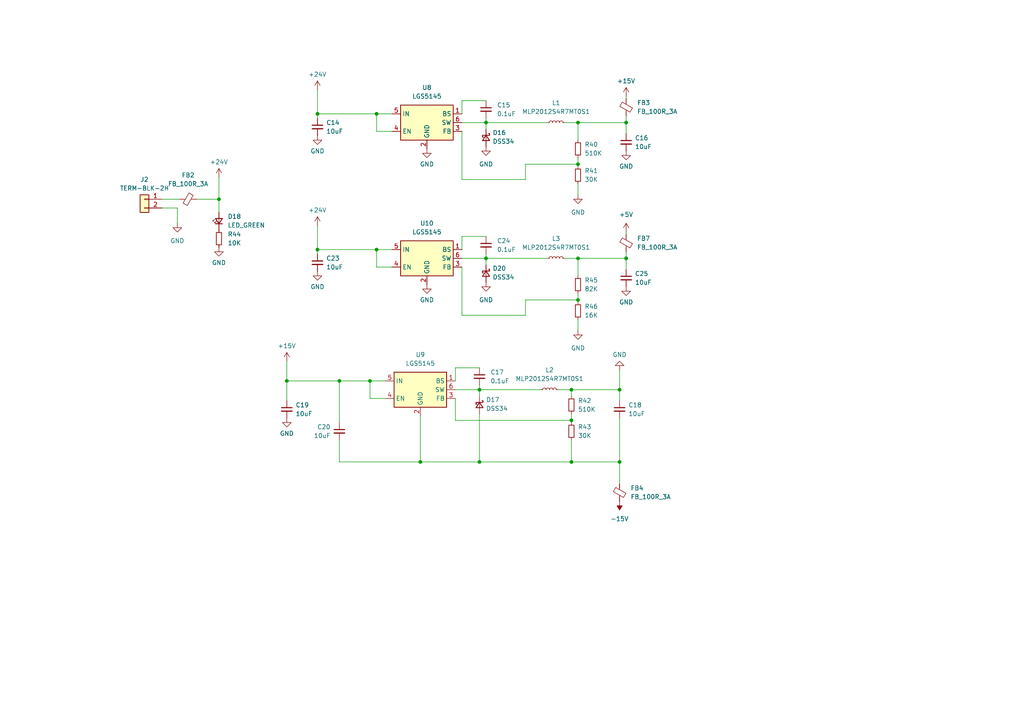
<source format=kicad_sch>
(kicad_sch (version 20230121) (generator eeschema)
  (paper "A4")
  (lib_symbols
    (symbol "Device:C_Small" (pin_numbers hide) (pin_names (offset 0.254) hide)
      (property "Reference" "C" (at 0.254 1.778 0))
      (property "Value" "C_Small" (at 0.254 -2.032 0))
      (symbol "C_Small_0_1"
        (polyline (pts (xy -1.524 -0.508) (xy 1.524 -0.508)) (stroke (width 0.3302)))
        (polyline (pts (xy -1.524 0.508) (xy 1.524 0.508)) (stroke (width 0.3048)))
      )
      (symbol "C_Small_1_1"
        (pin passive line (at 0 2.54 270) (length 2.032) (name "~") (number "1"))
        (pin passive line (at 0 -2.54 90) (length 2.032) (name "~") (number "2"))
      )
    )
    (symbol "Device:R_Small" (pin_numbers hide) (pin_names (offset 0.254) hide)
      (property "Reference" "R" (at 0.762 0.508 0))
      (property "Value" "R_Small" (at 0.762 -1.016 0))
      (symbol "R_Small_0_1"
        (rectangle (start -0.762 1.778) (end 0.762 -1.778) (stroke (width 0.2032)))
      )
      (symbol "R_Small_1_1"
        (pin passive line (at 0 2.54 270) (length 0.762) (name "~") (number "1"))
        (pin passive line (at 0 -2.54 90) (length 0.762) (name "~") (number "2"))
      )
    )
    (symbol "hadv-connectors:TERM-BLK-2H" (pin_names (offset 1.016) hide)
      (property "Reference" "J" (at 0 2.54 0))
      (property "Value" "TERM-BLK-2H" (at 0 -5.08 0))
      (symbol "TERM-BLK-2H_1_1"
        (rectangle (start -1.27 -2.413) (end 0 -2.667) (stroke (width 0.1524)))
        (rectangle (start -1.27 0.127) (end 0 -0.127) (stroke (width 0.1524)))
        (rectangle (start -1.27 1.27) (end 1.27 -3.81) (stroke (width 0.254)) (fill (type background)))
        (pin passive line (at -5.08 0 0) (length 3.81) (name "Pin_1") (number "1"))
        (pin passive line (at -5.08 -2.54 0) (length 3.81) (name "Pin_2") (number "2"))
      )
    )
    (symbol "hadv-diodes:DSS34" (pin_numbers hide) (pin_names (offset 0.254) hide)
      (property "Reference" "D" (at -1.27 2.032 0))
      (property "Value" "DSS34" (at -7.112 -2.032 0))
      (symbol "DSS34_0_1"
        (polyline (pts (xy -0.762 0) (xy 0.762 0)))
        (polyline (pts (xy 0.762 -1.016) (xy -0.762 0) (xy 0.762 1.016) (xy 0.762 -1.016)) (stroke (width 0.254)))
        (polyline (pts (xy -1.27 0.762) (xy -1.27 1.016) (xy -0.762 1.016) (xy -0.762 -1.016) (xy -0.254 -1.016) (xy -0.254 -0.762)) (stroke (width 0.254)))
      )
      (symbol "DSS34_1_1"
        (pin passive line (at -2.54 0 0) (length 1.778) (name "K") (number "1"))
        (pin passive line (at 2.54 0 180) (length 1.778) (name "A") (number "2"))
      )
    )
    (symbol "hadv-inductors:MLP2012S4R7MT0S1" (pin_numbers hide) (pin_names (offset 0.254) hide)
      (property "Reference" "L" (at 0.762 1.016 0))
      (property "Value" "MLP2012S4R7MT0S1" (at 0.762 -1.016 0))
      (symbol "MLP2012S4R7MT0S1_0_1"
        (arc (start 0 -2.032) (mid 0.5058 -1.524) (end 0 -1.016))
        (arc (start 0 -1.016) (mid 0.5058 -0.508) (end 0 0))
        (arc (start 0 0) (mid 0.5058 0.508) (end 0 1.016))
        (arc (start 0 1.016) (mid 0.5058 1.524) (end 0 2.032))
      )
      (symbol "MLP2012S4R7MT0S1_1_1"
        (pin passive line (at 0 2.54 270) (length 0.635) (name "~") (number "1"))
        (pin passive line (at 0 -2.54 90) (length 0.635) (name "~") (number "2"))
      )
    )
    (symbol "hadv-passives:FB_100R_3A" (pin_numbers hide) (pin_names (offset 0))
      (property "Reference" "FB" (at 1.905 1.27 0))
      (property "Value" "FB_100R_3A" (at 1.905 -1.27 0))
      (symbol "FB_100R_3A_0_1"
        (polyline (pts (xy 0 -1.27) (xy 0 -0.7874)))
        (polyline (pts (xy 0 0.889) (xy 0 1.2954)))
        (polyline (pts (xy -1.8288 0.2794) (xy -1.1176 1.4986) (xy 1.8288 -0.2032) (xy 1.1176 -1.4224) (xy -1.8288 0.2794)))
      )
      (symbol "FB_100R_3A_1_1"
        (pin passive line (at 0 2.54 270) (length 1.27) (name "~") (number "1"))
        (pin passive line (at 0 -2.54 90) (length 1.27) (name "~") (number "2"))
      )
    )
    (symbol "hadv-ui:LED_GREEN" (pin_numbers hide) (pin_names (offset 0.254) hide)
      (property "Reference" "D" (at -1.27 3.175 0))
      (property "Value" "LED_GREEN" (at -4.445 -2.54 0))
      (symbol "LED_GREEN_0_1"
        (polyline (pts (xy -0.762 -1.016) (xy -0.762 1.016)) (stroke (width 0.254)))
        (polyline (pts (xy 1.016 0) (xy -0.762 0)))
        (polyline (pts (xy 0.762 -1.016) (xy -0.762 0) (xy 0.762 1.016) (xy 0.762 -1.016)) (stroke (width 0.254)))
        (polyline (pts (xy 0 0.762) (xy -0.508 1.27) (xy -0.254 1.27) (xy -0.508 1.27) (xy -0.508 1.016)))
        (polyline (pts (xy 0.508 1.27) (xy 0 1.778) (xy 0.254 1.778) (xy 0 1.778) (xy 0 1.524)))
      )
      (symbol "LED_GREEN_1_1"
        (pin passive line (at -2.54 0 0) (length 1.778) (name "K") (number "1"))
        (pin passive line (at 2.54 0 180) (length 1.778) (name "A") (number "2"))
      )
    )
    (symbol "hadv-vregs:LGS5145"
      (property "Reference" "U" (at -7.62 6.35 0))
      (property "Value" "LGS5145" (at 0 6.35 0))
      (symbol "LGS5145_0_1"
        (rectangle (start -7.62 5.08) (end 7.62 -5.08) (stroke (width 0.254)) (fill (type background)))
      )
      (symbol "LGS5145_1_1"
        (pin passive line (at 10.16 2.54 180) (length 2.54) (name "BS") (number "1"))
        (pin power_in line (at 0 -7.62 90) (length 2.54) (name "GND") (number "2"))
        (pin input line (at 10.16 -2.54 180) (length 2.54) (name "FB") (number "3"))
        (pin input line (at -10.16 -2.54 0) (length 2.54) (name "EN") (number "4"))
        (pin power_in line (at -10.16 2.54 0) (length 2.54) (name "IN") (number "5"))
        (pin passive line (at 10.16 0 180) (length 2.54) (name "SW") (number "6"))
      )
    )
    (symbol "power:+15V" (power) (pin_names (offset 0))
      (property "Value" "+15V" (at 0 3.556 0))
      (symbol "+15V_0_1"
        (polyline (pts (xy -0.762 1.27) (xy 0 2.54)))
        (polyline (pts (xy 0 0) (xy 0 2.54)))
        (polyline (pts (xy 0 2.54) (xy 0.762 1.27)))
      )
      (symbol "+15V_1_1"
        (pin power_in line (at 0 0 90) (length 0) hide (name "+15V") (number "1"))
      )
    )
    (symbol "power:+24V" (power) (pin_names (offset 0))
      (property "Value" "+24V" (at 0 3.556 0))
      (symbol "+24V_0_1"
        (polyline (pts (xy -0.762 1.27) (xy 0 2.54)))
        (polyline (pts (xy 0 0) (xy 0 2.54)))
        (polyline (pts (xy 0 2.54) (xy 0.762 1.27)))
      )
      (symbol "+24V_1_1"
        (pin power_in line (at 0 0 90) (length 0) hide (name "+24V") (number "1"))
      )
    )
    (symbol "power:+5V" (power) (pin_names (offset 0))
      (property "Value" "+5V" (at 0 3.556 0))
      (symbol "+5V_0_1"
        (polyline (pts (xy -0.762 1.27) (xy 0 2.54)))
        (polyline (pts (xy 0 0) (xy 0 2.54)))
        (polyline (pts (xy 0 2.54) (xy 0.762 1.27)))
      )
      (symbol "+5V_1_1"
        (pin power_in line (at 0 0 90) (length 0) hide (name "+5V") (number "1"))
      )
    )
    (symbol "power:-15V" (power) (pin_names (offset 0))
      (property "Value" "-15V" (at 0 3.81 0))
      (symbol "-15V_0_0"
        (pin power_in line (at 0 0 90) (length 0) hide (name "-15V") (number "1"))
      )
      (symbol "-15V_0_1"
        (polyline (pts (xy 0 0) (xy 0 1.27) (xy 0.762 1.27) (xy 0 2.54) (xy -0.762 1.27) (xy 0 1.27)) (fill (type outline)))
      )
    )
    (symbol "power:GND" (power) (pin_names (offset 0))
      (property "Value" "GND" (at 0 -3.81 0))
      (symbol "GND_0_1"
        (polyline (pts (xy 0 0) (xy 0 -1.27) (xy 1.27 -1.27) (xy 0 -2.54) (xy -1.27 -1.27) (xy 0 -1.27)))
      )
      (symbol "GND_1_1"
        (pin power_in line (at 0 0 270) (length 0) hide (name "GND") (number "1"))
      )
    )
  )
  (junction (at 181.61 74.93))
  (junction (at 140.97 74.93))
  (junction (at 139.065 133.985))
  (junction (at 98.425 110.49))
  (junction (at 179.705 113.03))
  (junction (at 167.64 74.93))
  (junction (at 109.22 33.02))
  (junction (at 165.735 113.03))
  (junction (at 83.185 110.49))
  (junction (at 167.64 35.56))
  (junction (at 165.735 133.985))
  (junction (at 139.065 113.03))
  (junction (at 167.64 86.995))
  (junction (at 179.705 133.985))
  (junction (at 165.735 121.92))
  (junction (at 167.64 47.625))
  (junction (at 109.22 72.39))
  (junction (at 181.61 35.56))
  (junction (at 121.92 133.985))
  (junction (at 92.075 33.02))
  (junction (at 92.075 72.39))
  (junction (at 63.5 57.785))
  (junction (at 140.97 35.56))
  (junction (at 107.315 110.49))
  (wire (pts (xy 98.425 133.985) (xy 121.92 133.985)))
  (wire (pts (xy 165.735 120.015) (xy 165.735 121.92)))
  (wire (pts (xy 57.15 57.785) (xy 63.5 57.785)))
  (wire (pts (xy 140.97 74.93) (xy 158.75 74.93)))
  (wire (pts (xy 83.185 104.775) (xy 83.185 110.49)))
  (wire (pts (xy 140.97 74.93) (xy 140.97 76.835)))
  (wire (pts (xy 139.065 113.03) (xy 139.065 114.935)))
  (wire (pts (xy 152.4 52.07) (xy 133.985 52.07)))
  (wire (pts (xy 181.61 74.93) (xy 181.61 73.025)))
  (wire (pts (xy 133.985 29.21) (xy 140.97 29.21)))
  (wire (pts (xy 140.97 35.56) (xy 140.97 37.465)))
  (wire (pts (xy 139.065 133.985) (xy 165.735 133.985)))
  (wire (pts (xy 109.22 72.39) (xy 113.665 72.39)))
  (wire (pts (xy 92.075 33.02) (xy 109.22 33.02)))
  (wire (pts (xy 161.925 113.03) (xy 165.735 113.03)))
  (wire (pts (xy 167.64 45.72) (xy 167.64 47.625)))
  (wire (pts (xy 139.065 120.015) (xy 139.065 133.985)))
  (wire (pts (xy 140.97 35.56) (xy 158.75 35.56)))
  (wire (pts (xy 92.075 33.02) (xy 92.075 34.29)))
  (wire (pts (xy 139.065 111.76) (xy 139.065 113.03)))
  (wire (pts (xy 179.705 116.205) (xy 179.705 113.03)))
  (wire (pts (xy 181.61 67.945) (xy 181.61 67.31)))
  (wire (pts (xy 167.64 53.34) (xy 167.64 56.515)))
  (wire (pts (xy 167.64 35.56) (xy 167.64 40.64)))
  (wire (pts (xy 121.92 120.65) (xy 121.92 133.985)))
  (wire (pts (xy 111.76 115.57) (xy 107.315 115.57)))
  (wire (pts (xy 163.83 35.56) (xy 167.64 35.56)))
  (wire (pts (xy 181.61 78.105) (xy 181.61 74.93)))
  (wire (pts (xy 132.08 121.92) (xy 132.08 115.57)))
  (wire (pts (xy 109.22 72.39) (xy 109.22 77.47)))
  (wire (pts (xy 51.435 60.325) (xy 51.435 64.77)))
  (wire (pts (xy 167.64 86.995) (xy 167.64 87.63)))
  (wire (pts (xy 165.735 127.635) (xy 165.735 133.985)))
  (wire (pts (xy 46.99 57.785) (xy 52.07 57.785)))
  (wire (pts (xy 165.735 121.92) (xy 165.735 122.555)))
  (wire (pts (xy 113.665 77.47) (xy 109.22 77.47)))
  (wire (pts (xy 179.705 121.285) (xy 179.705 133.985)))
  (wire (pts (xy 167.64 85.09) (xy 167.64 86.995)))
  (wire (pts (xy 132.08 113.03) (xy 139.065 113.03)))
  (wire (pts (xy 113.665 38.1) (xy 109.22 38.1)))
  (wire (pts (xy 165.735 113.03) (xy 165.735 114.935)))
  (wire (pts (xy 140.97 34.29) (xy 140.97 35.56)))
  (wire (pts (xy 133.985 68.58) (xy 140.97 68.58)))
  (wire (pts (xy 133.985 35.56) (xy 140.97 35.56)))
  (wire (pts (xy 109.22 33.02) (xy 109.22 38.1)))
  (wire (pts (xy 181.61 35.56) (xy 167.64 35.56)))
  (wire (pts (xy 167.64 47.625) (xy 152.4 47.625)))
  (wire (pts (xy 179.705 113.03) (xy 165.735 113.03)))
  (wire (pts (xy 179.705 107.315) (xy 179.705 113.03)))
  (wire (pts (xy 165.735 133.985) (xy 179.705 133.985)))
  (wire (pts (xy 167.64 74.93) (xy 167.64 80.01)))
  (wire (pts (xy 133.985 33.02) (xy 133.985 29.21)))
  (wire (pts (xy 181.61 74.93) (xy 167.64 74.93)))
  (wire (pts (xy 92.075 26.035) (xy 92.075 33.02)))
  (wire (pts (xy 152.4 86.995) (xy 152.4 91.44)))
  (wire (pts (xy 133.985 52.07) (xy 133.985 38.1)))
  (wire (pts (xy 121.92 133.985) (xy 139.065 133.985)))
  (wire (pts (xy 133.985 91.44) (xy 133.985 77.47)))
  (wire (pts (xy 107.315 110.49) (xy 107.315 115.57)))
  (wire (pts (xy 98.425 110.49) (xy 98.425 122.555)))
  (wire (pts (xy 167.64 47.625) (xy 167.64 48.26)))
  (wire (pts (xy 132.08 110.49) (xy 132.08 106.68)))
  (wire (pts (xy 181.61 28.575) (xy 181.61 27.94)))
  (wire (pts (xy 132.08 106.68) (xy 139.065 106.68)))
  (wire (pts (xy 83.185 110.49) (xy 98.425 110.49)))
  (wire (pts (xy 133.985 74.93) (xy 140.97 74.93)))
  (wire (pts (xy 167.64 92.71) (xy 167.64 95.885)))
  (wire (pts (xy 92.075 65.405) (xy 92.075 72.39)))
  (wire (pts (xy 152.4 91.44) (xy 133.985 91.44)))
  (wire (pts (xy 107.315 110.49) (xy 111.76 110.49)))
  (wire (pts (xy 181.61 38.735) (xy 181.61 35.56)))
  (wire (pts (xy 152.4 47.625) (xy 152.4 52.07)))
  (wire (pts (xy 139.065 113.03) (xy 156.845 113.03)))
  (wire (pts (xy 133.985 72.39) (xy 133.985 68.58)))
  (wire (pts (xy 92.075 72.39) (xy 92.075 73.66)))
  (wire (pts (xy 163.83 74.93) (xy 167.64 74.93)))
  (wire (pts (xy 179.705 133.985) (xy 179.705 140.335)))
  (wire (pts (xy 83.185 110.49) (xy 83.185 116.205)))
  (wire (pts (xy 140.97 73.66) (xy 140.97 74.93)))
  (wire (pts (xy 63.5 57.785) (xy 63.5 61.595)))
  (wire (pts (xy 167.64 86.995) (xy 152.4 86.995)))
  (wire (pts (xy 46.99 60.325) (xy 51.435 60.325)))
  (wire (pts (xy 98.425 127.635) (xy 98.425 133.985)))
  (wire (pts (xy 92.075 72.39) (xy 109.22 72.39)))
  (wire (pts (xy 98.425 110.49) (xy 107.315 110.49)))
  (wire (pts (xy 181.61 35.56) (xy 181.61 33.655)))
  (wire (pts (xy 132.08 121.92) (xy 165.735 121.92)))
  (wire (pts (xy 63.5 51.435) (xy 63.5 57.785)))
  (wire (pts (xy 109.22 33.02) (xy 113.665 33.02)))
  (symbol (lib_id "power:GND") (at 167.64 56.515 0) (unit 1)
    (property "Reference" "#PWR074" (effects hide))
    (property "Value" "GND" (at 167.64 61.595 0))
  )
  (symbol (lib_id "power:+5V") (at 181.61 67.31 0) (unit 1)
    (property "Reference" "#PWR094" (effects hide))
    (property "Value" "+5V" (at 181.61 62.23 0))
  )
  (symbol (lib_id "Device:C_Small") (at 92.075 76.2 0) (unit 1)
    (property "Reference" "C23" (at 94.615 74.9363 0) (effects (justify left)))
    (property "Value" "10uF" (at 94.615 77.4763 0) (effects (justify left)))
    (property "Footprint" "Capacitor_SMD:C_0805_2012Metric" (effects hide))
    (property "LCSC#" "C440198" (effects hide))
    (property "MPN" "GRM21BR61H106KE43L" (effects hide))
  )
  (symbol (lib_id "hadv-passives:FB_100R_3A") (at 181.61 31.115 0) (unit 1)
    (property "Reference" "FB3" (at 184.785 29.8069 0) (effects (justify left)))
    (property "Value" "FB_100R_3A" (at 184.785 32.3469 0) (effects (justify left)))
    (property "Footprint" "Inductor_SMD:L_0603_1608Metric" (effects hide))
    (property "MPN" "UPZ1608E101-3R0TF" (effects hide))
    (property "Manufacturer" "Sunlord" (effects hide))
    (property "LCSC#" "C96995" (effects hide))
  )
  (symbol (lib_id "hadv-connectors:TERM-BLK-2H") (at 41.91 57.785 0) (mirror y) (unit 1)
    (property "Reference" "J2" (at 41.91 52.07 0))
    (property "Value" "TERM-BLK-2H" (at 41.91 54.61 0))
    (property "Footprint" "Connector_Phoenix_MC:PhoenixContact_MC_1,5_2-G-3.5_1x02_P3.50mm_Horizontal" (effects hide))
    (property "MPN" "KF2EDGR-3.5-2P" (effects hide))
    (property "Manufacturer" "Cixi Kefa Elec" (effects hide))
    (property "LCSC#" "C441171" (effects hide))
  )
  (symbol (lib_id "Device:R_Small") (at 167.64 50.8 0) (unit 1)
    (property "Reference" "R41" (at 169.545 49.53 0) (effects (justify left)))
    (property "Value" "30K" (at 169.545 52.07 0) (effects (justify left)))
    (property "Footprint" "Resistor_SMD:R_0603_1608Metric" (effects hide))
  )
  (symbol (lib_id "Device:C_Small") (at 179.705 118.745 0) (unit 1)
    (property "Reference" "C18" (at 182.245 117.4813 0) (effects (justify left)))
    (property "Value" "10uF" (at 182.245 120.0213 0) (effects (justify left)))
    (property "Footprint" "Capacitor_SMD:C_0805_2012Metric" (effects hide))
    (property "LCSC#" "C440198" (effects hide))
    (property "MPN" "GRM21BR61H106KE43L" (effects hide))
  )
  (symbol (lib_id "Device:R_Small") (at 167.64 43.18 0) (unit 1)
    (property "Reference" "R40" (at 169.545 41.91 0) (effects (justify left)))
    (property "Value" "510K" (at 169.545 44.45 0) (effects (justify left)))
    (property "Footprint" "Resistor_SMD:R_0603_1608Metric" (effects hide))
  )
  (symbol (lib_id "power:GND") (at 140.97 81.915 0) (unit 1)
    (property "Reference" "#PWR092" (effects hide))
    (property "Value" "GND" (at 140.97 86.995 0))
  )
  (symbol (lib_id "Device:R_Small") (at 63.5 69.215 0) (unit 1)
    (property "Reference" "R44" (at 66.04 67.945 0) (effects (justify left)))
    (property "Value" "10K" (at 66.04 70.485 0) (effects (justify left)))
    (property "Footprint" "Resistor_SMD:R_0603_1608Metric" (effects hide))
  )
  (symbol (lib_id "hadv-vregs:LGS5145") (at 123.825 35.56 0) (unit 1)
    (property "Reference" "U8" (at 123.825 25.4 0))
    (property "Value" "LGS5145" (at 123.825 27.94 0))
    (property "Footprint" "Package_TO_SOT_SMD:SOT-23-6" (effects hide))
    (property "Datasheet" "https://datasheet.lcsc.com/lcsc/2304071600_Legend-Si-LGS5145_C5123971.pdf" (effects hide))
    (property "MPN" "LGS5145" (effects hide))
    (property "LCSC#" "C5123971" (effects hide))
  )
  (symbol (lib_id "power:GND") (at 92.075 78.74 0) (unit 1)
    (property "Reference" "#PWR090" (effects hide))
    (property "Value" "GND" (at 92.075 83.185 0))
  )
  (symbol (lib_id "hadv-ui:LED_GREEN") (at 63.5 64.135 90) (unit 1)
    (property "Reference" "D18" (at 66.04 62.8015 90) (effects (justify right)))
    (property "Value" "LED_GREEN" (at 66.04 65.3415 90) (effects (justify right)))
    (property "Footprint" "LED_SMD:LED_0603_1608Metric" (effects hide))
    (property "MPN" "SZYY0603YG" (effects hide))
    (property "Manufacturer" "Yongyu Photoelectric" (effects hide))
    (property "LCSC#" "C434423" (effects hide))
  )
  (symbol (lib_id "Device:R_Small") (at 167.64 82.55 0) (unit 1)
    (property "Reference" "R45" (at 169.545 81.28 0) (effects (justify left)))
    (property "Value" "82K" (at 169.545 83.82 0) (effects (justify left)))
    (property "Footprint" "Resistor_SMD:R_0603_1608Metric" (effects hide))
  )
  (symbol (lib_id "hadv-vregs:LGS5145") (at 121.92 113.03 0) (unit 1)
    (property "Reference" "U9" (at 121.92 102.87 0))
    (property "Value" "LGS5145" (at 121.92 105.41 0))
    (property "Footprint" "Package_TO_SOT_SMD:SOT-23-6" (effects hide))
    (property "Datasheet" "https://datasheet.lcsc.com/lcsc/2304071600_Legend-Si-LGS5145_C5123971.pdf" (effects hide))
    (property "MPN" "LGS5145" (effects hide))
    (property "LCSC#" "C5123971" (effects hide))
  )
  (symbol (lib_id "hadv-passives:FB_100R_3A") (at 54.61 57.785 90) (unit 1)
    (property "Reference" "FB2" (at 54.5719 50.8 90))
    (property "Value" "FB_100R_3A" (at 54.5719 53.34 90))
    (property "Footprint" "Inductor_SMD:L_0603_1608Metric" (effects hide))
    (property "MPN" "UPZ1608E101-3R0TF" (effects hide))
    (property "Manufacturer" "Sunlord" (effects hide))
    (property "LCSC#" "C96995" (effects hide))
  )
  (symbol (lib_id "Device:C_Small") (at 139.065 109.22 0) (unit 1)
    (property "Reference" "C17" (at 142.24 107.9563 0) (effects (justify left)))
    (property "Value" "0.1uF" (at 142.24 110.4963 0) (effects (justify left)))
    (property "Footprint" "Capacitor_SMD:C_0603_1608Metric" (effects hide))
  )
  (symbol (lib_id "Device:C_Small") (at 83.185 118.745 0) (unit 1)
    (property "Reference" "C19" (at 85.725 117.4813 0) (effects (justify left)))
    (property "Value" "10uF" (at 85.725 120.0213 0) (effects (justify left)))
    (property "Footprint" "Capacitor_SMD:C_0805_2012Metric" (effects hide))
    (property "LCSC#" "C440198" (effects hide))
    (property "MPN" "GRM21BR61H106KE43L" (effects hide))
  )
  (symbol (lib_id "power:GND") (at 92.075 39.37 0) (unit 1)
    (property "Reference" "#PWR071" (effects hide))
    (property "Value" "GND" (at 92.075 43.815 0))
  )
  (symbol (lib_id "Device:C_Small") (at 92.075 36.83 0) (unit 1)
    (property "Reference" "C14" (at 94.615 35.5663 0) (effects (justify left)))
    (property "Value" "10uF" (at 94.615 38.1063 0) (effects (justify left)))
    (property "Footprint" "Capacitor_SMD:C_0805_2012Metric" (effects hide))
    (property "LCSC#" "C440198" (effects hide))
    (property "MPN" "GRM21BR61H106KE43L" (effects hide))
  )
  (symbol (lib_id "power:+24V") (at 92.075 26.035 0) (unit 1)
    (property "Reference" "#PWR070" (effects hide))
    (property "Value" "+24V" (at 92.075 21.59 0))
  )
  (symbol (lib_id "hadv-vregs:LGS5145") (at 123.825 74.93 0) (unit 1)
    (property "Reference" "U10" (at 123.825 64.77 0))
    (property "Value" "LGS5145" (at 123.825 67.31 0))
    (property "Footprint" "Package_TO_SOT_SMD:SOT-23-6" (effects hide))
    (property "Datasheet" "https://datasheet.lcsc.com/lcsc/2304071600_Legend-Si-LGS5145_C5123971.pdf" (effects hide))
    (property "MPN" "LGS5145" (effects hide))
    (property "LCSC#" "C5123971" (effects hide))
  )
  (symbol (lib_id "power:-15V") (at 179.705 145.415 180) (unit 1)
    (property "Reference" "#PWR010" (effects hide))
    (property "Value" "-15V" (at 179.705 150.495 0))
  )
  (symbol (lib_id "power:GND") (at 123.825 43.18 0) (unit 1)
    (property "Reference" "#PWR072" (effects hide))
    (property "Value" "GND" (at 123.825 47.625 0))
  )
  (symbol (lib_id "power:GND") (at 51.435 64.77 0) (unit 1)
    (property "Reference" "#PWR069" (effects hide))
    (property "Value" "GND" (at 51.435 69.85 0))
  )
  (symbol (lib_id "power:GND") (at 181.61 83.185 0) (unit 1)
    (property "Reference" "#PWR095" (effects hide))
    (property "Value" "GND" (at 181.61 87.63 0))
  )
  (symbol (lib_id "Device:R_Small") (at 165.735 125.095 0) (unit 1)
    (property "Reference" "R43" (at 167.64 123.825 0) (effects (justify left)))
    (property "Value" "30K" (at 167.64 126.365 0) (effects (justify left)))
    (property "Footprint" "Resistor_SMD:R_0603_1608Metric" (effects hide))
  )
  (symbol (lib_id "Device:C_Small") (at 181.61 41.275 0) (unit 1)
    (property "Reference" "C16" (at 184.15 40.0113 0) (effects (justify left)))
    (property "Value" "10uF" (at 184.15 42.5513 0) (effects (justify left)))
    (property "Footprint" "Capacitor_SMD:C_0805_2012Metric" (effects hide))
    (property "LCSC#" "C440198" (effects hide))
    (property "MPN" "GRM21BR61H106KE43L" (effects hide))
  )
  (symbol (lib_id "power:GND") (at 140.97 42.545 0) (unit 1)
    (property "Reference" "#PWR073" (effects hide))
    (property "Value" "GND" (at 140.97 47.625 0))
  )
  (symbol (lib_id "hadv-inductors:MLP2012S4R7MT0S1") (at 161.29 35.56 90) (unit 1)
    (property "Reference" "L1" (at 161.29 29.845 90))
    (property "Value" "MLP2012S4R7MT0S1" (at 161.29 32.385 90))
    (property "Footprint" "Inductor_SMD:L_0805_2012Metric" (effects hide))
    (property "MPN" "MLP2012S4R7MT0S1" (effects hide))
    (property "Manufacturer" "TDK" (effects hide))
    (property "LCSC#" "C87543" (effects hide))
  )
  (symbol (lib_id "power:+24V") (at 63.5 51.435 0) (unit 1)
    (property "Reference" "#PWR068" (effects hide))
    (property "Value" "+24V" (at 63.5 46.99 0))
  )
  (symbol (lib_id "power:GND") (at 181.61 43.815 0) (unit 1)
    (property "Reference" "#PWR075" (effects hide))
    (property "Value" "GND" (at 181.61 48.26 0))
  )
  (symbol (lib_id "power:+24V") (at 92.075 65.405 0) (unit 1)
    (property "Reference" "#PWR089" (effects hide))
    (property "Value" "+24V" (at 92.075 60.96 0))
  )
  (symbol (lib_id "hadv-passives:FB_100R_3A") (at 181.61 70.485 0) (unit 1)
    (property "Reference" "FB7" (at 184.785 69.1769 0) (effects (justify left)))
    (property "Value" "FB_100R_3A" (at 184.785 71.7169 0) (effects (justify left)))
    (property "Footprint" "Inductor_SMD:L_0603_1608Metric" (effects hide))
    (property "MPN" "UPZ1608E101-3R0TF" (effects hide))
    (property "Manufacturer" "Sunlord" (effects hide))
    (property "LCSC#" "C96995" (effects hide))
  )
  (symbol (lib_id "power:GND") (at 167.64 95.885 0) (unit 1)
    (property "Reference" "#PWR093" (effects hide))
    (property "Value" "GND" (at 167.64 100.965 0))
  )
  (symbol (lib_id "power:GND") (at 123.825 82.55 0) (unit 1)
    (property "Reference" "#PWR091" (effects hide))
    (property "Value" "GND" (at 123.825 86.995 0))
  )
  (symbol (lib_id "power:GND") (at 179.705 107.315 180) (unit 1)
    (property "Reference" "#PWR081" (effects hide))
    (property "Value" "GND" (at 179.705 102.87 0))
  )
  (symbol (lib_id "Device:C_Small") (at 181.61 80.645 0) (unit 1)
    (property "Reference" "C25" (at 184.15 79.3813 0) (effects (justify left)))
    (property "Value" "10uF" (at 184.15 81.9213 0) (effects (justify left)))
    (property "Footprint" "Capacitor_SMD:C_0805_2012Metric" (effects hide))
    (property "LCSC#" "C440198" (effects hide))
    (property "MPN" "GRM21BR61H106KE43L" (effects hide))
  )
  (symbol (lib_id "Device:R_Small") (at 167.64 90.17 0) (unit 1)
    (property "Reference" "R46" (at 169.545 88.9 0) (effects (justify left)))
    (property "Value" "16K" (at 169.545 91.44 0) (effects (justify left)))
    (property "Footprint" "Resistor_SMD:R_0603_1608Metric" (effects hide))
  )
  (symbol (lib_id "power:+15V") (at 83.185 104.775 0) (unit 1)
    (property "Reference" "#PWR082" (effects hide))
    (property "Value" "+15V" (at 83.185 100.33 0))
  )
  (symbol (lib_id "hadv-inductors:MLP2012S4R7MT0S1") (at 159.385 113.03 90) (unit 1)
    (property "Reference" "L2" (at 159.385 107.315 90))
    (property "Value" "MLP2012S4R7MT0S1" (at 159.385 109.855 90))
    (property "Footprint" "Inductor_SMD:L_0805_2012Metric" (effects hide))
    (property "MPN" "MLP2012S4R7MT0S1" (effects hide))
    (property "Manufacturer" "TDK" (effects hide))
    (property "LCSC#" "C87543" (effects hide))
  )
  (symbol (lib_id "Device:C_Small") (at 140.97 71.12 0) (unit 1)
    (property "Reference" "C24" (at 144.145 69.8563 0) (effects (justify left)))
    (property "Value" "0.1uF" (at 144.145 72.3963 0) (effects (justify left)))
    (property "Footprint" "Capacitor_SMD:C_0603_1608Metric" (effects hide))
  )
  (symbol (lib_id "hadv-passives:FB_100R_3A") (at 179.705 142.875 0) (unit 1)
    (property "Reference" "FB4" (at 182.88 141.5669 0) (effects (justify left)))
    (property "Value" "FB_100R_3A" (at 182.88 144.1069 0) (effects (justify left)))
    (property "Footprint" "Inductor_SMD:L_0603_1608Metric" (effects hide))
    (property "MPN" "UPZ1608E101-3R0TF" (effects hide))
    (property "Manufacturer" "Sunlord" (effects hide))
    (property "LCSC#" "C96995" (effects hide))
  )
  (symbol (lib_id "hadv-diodes:DSS34") (at 139.065 117.475 270) (unit 1)
    (property "Reference" "D17" (at 140.97 115.951 90) (effects (justify left)))
    (property "Value" "DSS34" (at 140.97 118.491 90) (effects (justify left)))
    (property "Footprint" "Diode_SMD:D_SOD-123F" (effects hide))
    (property "Datasheet" "https://datasheet.lcsc.com/lcsc/2004141809_BORN-DSS34_C511866.pdf" (effects hide))
    (property "MPN" "DSS34" (effects hide))
    (property "Manufacturer" "BORN" (effects hide))
    (property "LCSC#" "C511866" (effects hide))
  )
  (symbol (lib_id "hadv-diodes:DSS34") (at 140.97 40.005 270) (unit 1)
    (property "Reference" "D16" (at 142.875 38.481 90) (effects (justify left)))
    (property "Value" "DSS34" (at 142.875 41.021 90) (effects (justify left)))
    (property "Footprint" "Diode_SMD:D_SOD-123F" (effects hide))
    (property "Datasheet" "https://datasheet.lcsc.com/lcsc/2004141809_BORN-DSS34_C511866.pdf" (effects hide))
    (property "MPN" "DSS34" (effects hide))
    (property "Manufacturer" "BORN" (effects hide))
    (property "LCSC#" "C511866" (effects hide))
  )
  (symbol (lib_id "Device:C_Small") (at 98.425 125.095 0) (mirror y) (unit 1)
    (property "Reference" "C20" (at 95.885 123.8313 0) (effects (justify left)))
    (property "Value" "10uF" (at 95.885 126.3713 0) (effects (justify left)))
    (property "Footprint" "Capacitor_SMD:C_0805_2012Metric" (effects hide))
    (property "LCSC#" "C440198" (effects hide))
    (property "MPN" "GRM21BR61H106KE43L" (effects hide))
  )
  (symbol (lib_id "hadv-inductors:MLP2012S4R7MT0S1") (at 161.29 74.93 90) (unit 1)
    (property "Reference" "L3" (at 161.29 69.215 90))
    (property "Value" "MLP2012S4R7MT0S1" (at 161.29 71.755 90))
    (property "Footprint" "Inductor_SMD:L_0805_2012Metric" (effects hide))
    (property "MPN" "MLP2012S4R7MT0S1" (effects hide))
    (property "Manufacturer" "TDK" (effects hide))
    (property "LCSC#" "C87543" (effects hide))
  )
  (symbol (lib_id "power:+15V") (at 181.61 27.94 0) (unit 1)
    (property "Reference" "#PWR076" (effects hide))
    (property "Value" "+15V" (at 181.61 23.495 0))
  )
  (symbol (lib_id "Device:R_Small") (at 165.735 117.475 0) (unit 1)
    (property "Reference" "R42" (at 167.64 116.205 0) (effects (justify left)))
    (property "Value" "510K" (at 167.64 118.745 0) (effects (justify left)))
    (property "Footprint" "Resistor_SMD:R_0603_1608Metric" (effects hide))
  )
  (symbol (lib_id "power:GND") (at 63.5 71.755 0) (unit 1)
    (property "Reference" "#PWR011" (effects hide))
    (property "Value" "GND" (at 63.5 76.2 0))
  )
  (symbol (lib_id "hadv-diodes:DSS34") (at 140.97 79.375 270) (unit 1)
    (property "Reference" "D20" (at 142.875 77.851 90) (effects (justify left)))
    (property "Value" "DSS34" (at 142.875 80.391 90) (effects (justify left)))
    (property "Footprint" "Diode_SMD:D_SOD-123F" (effects hide))
    (property "Datasheet" "https://datasheet.lcsc.com/lcsc/2004141809_BORN-DSS34_C511866.pdf" (effects hide))
    (property "MPN" "DSS34" (effects hide))
    (property "Manufacturer" "BORN" (effects hide))
    (property "LCSC#" "C511866" (effects hide))
  )
  (symbol (lib_id "Device:C_Small") (at 140.97 31.75 0) (unit 1)
    (property "Reference" "C15" (at 144.145 30.4863 0) (effects (justify left)))
    (property "Value" "0.1uF" (at 144.145 33.0263 0) (effects (justify left)))
    (property "Footprint" "Capacitor_SMD:C_0603_1608Metric" (effects hide))
  )
  (symbol (lib_id "power:GND") (at 83.185 121.285 0) (unit 1)
    (property "Reference" "#PWR083" (effects hide))
    (property "Value" "GND" (at 83.185 125.73 0))
  )
)
</source>
